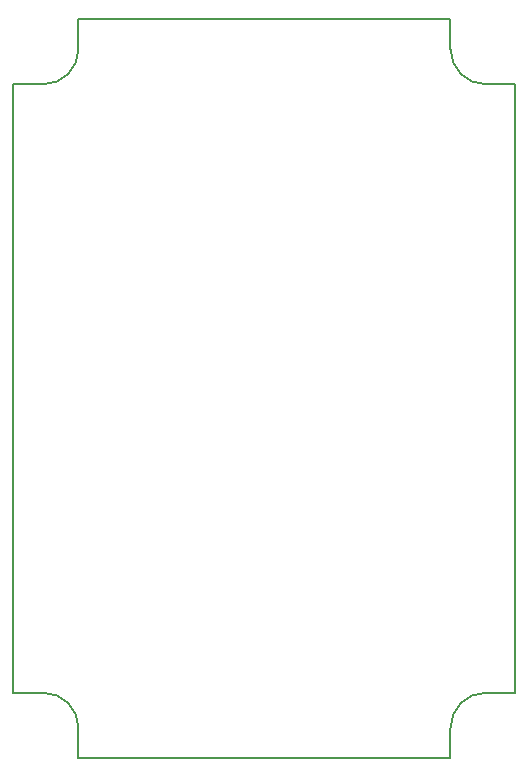
<source format=gbr>
G04 #@! TF.GenerationSoftware,KiCad,Pcbnew,(5.1.6-0-10_14)*
G04 #@! TF.CreationDate,2020-07-22T10:43:18+09:00*
G04 #@! TF.ProjectId,signaltower_host,7369676e-616c-4746-9f77-65725f686f73,rev?*
G04 #@! TF.SameCoordinates,Original*
G04 #@! TF.FileFunction,Profile,NP*
%FSLAX46Y46*%
G04 Gerber Fmt 4.6, Leading zero omitted, Abs format (unit mm)*
G04 Created by KiCad (PCBNEW (5.1.6-0-10_14)) date 2020-07-22 10:43:18*
%MOMM*%
%LPD*%
G01*
G04 APERTURE LIST*
G04 #@! TA.AperFunction,Profile*
%ADD10C,0.150000*%
G04 #@! TD*
G04 APERTURE END LIST*
D10*
X131500000Y-108500000D02*
G75*
G03*
X128500000Y-111500000I0J-3000000D01*
G01*
X128500000Y-54000000D02*
G75*
G03*
X131500000Y-57000000I3000000J0D01*
G01*
X131500000Y-57000000D02*
X134000000Y-57000000D01*
X128500000Y-54000000D02*
X128500000Y-51500000D01*
X128500000Y-111500000D02*
X128500000Y-114000000D01*
X131500000Y-108500000D02*
X134000000Y-108500000D01*
X94000000Y-57000000D02*
G75*
G03*
X97000000Y-54000000I0J3000000D01*
G01*
X91500000Y-57000000D02*
X94000000Y-57000000D01*
X97000000Y-54000000D02*
X97000000Y-51500000D01*
X94000000Y-108500000D02*
G75*
G02*
X97000000Y-111500000I0J-3000000D01*
G01*
X91500000Y-108500000D02*
X94000000Y-108500000D01*
X97000000Y-111500000D02*
X97000000Y-114000000D01*
X91500000Y-57000000D02*
X91500000Y-108500000D01*
X97000000Y-114000000D02*
X128500000Y-114000000D01*
X134000000Y-57000000D02*
X134000000Y-108500000D01*
X97000000Y-51500000D02*
X128500000Y-51500000D01*
M02*

</source>
